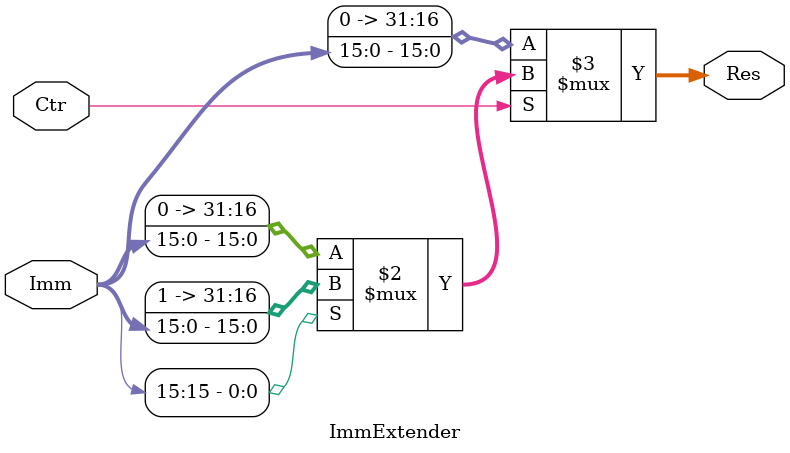
<source format=v>
`timescale 1ns / 1ps
module ImmExtender(
    input [15:0] Imm,
    input Ctr,
    output [31:0] Res
    );

assign Res = Ctr ? (Imm[15]==1? {16'hffff, Imm} : {16'h0000, Imm}) : {16'h0000, Imm};


endmodule

</source>
